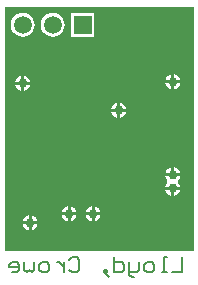
<source format=gbl>
%FSLAX25Y25*%
%MOIN*%
G70*
G01*
G75*
G04 Layer_Physical_Order=2*
G04 Layer_Color=16711680*
%ADD10C,0.02000*%
%ADD11C,0.04000*%
%ADD12R,0.02362X0.03347*%
%ADD13R,0.05118X0.03347*%
%ADD14R,0.03347X0.05118*%
%ADD15R,0.06299X0.02165*%
%ADD16R,0.04331X0.10236*%
%ADD17R,0.03740X0.05315*%
%ADD18R,0.05315X0.03740*%
%ADD19C,0.05000*%
%ADD20C,0.06700*%
%ADD21C,0.03000*%
%ADD22C,0.00700*%
%ADD23C,0.05906*%
%ADD24R,0.05906X0.05906*%
%ADD25C,0.03000*%
G36*
X65000Y11500D02*
X2039D01*
Y92961D01*
X65000D01*
Y11500D01*
D02*
G37*
%LPC*%
G36*
X31000Y26449D02*
X30525Y26355D01*
X29698Y25802D01*
X29145Y24975D01*
X29050Y24500D01*
X31000D01*
Y26449D01*
D02*
G37*
G36*
X24000D02*
Y24500D01*
X25949D01*
X25855Y24975D01*
X25302Y25802D01*
X24475Y26355D01*
X24000Y26449D01*
D02*
G37*
G36*
X23000D02*
X22524Y26355D01*
X21698Y25802D01*
X21145Y24975D01*
X21050Y24500D01*
X23000D01*
Y26449D01*
D02*
G37*
G36*
X32000D02*
Y24500D01*
X33950D01*
X33855Y24975D01*
X33302Y25802D01*
X32476Y26355D01*
X32000Y26449D01*
D02*
G37*
G36*
X60449Y36500D02*
X55550D01*
X55645Y36024D01*
X56198Y35198D01*
Y34302D01*
X55645Y33476D01*
X55550Y33000D01*
X60449D01*
X60355Y33476D01*
X59802Y34302D01*
Y35198D01*
X60355Y36024D01*
X60449Y36500D01*
D02*
G37*
G36*
Y32000D02*
X58500D01*
Y30051D01*
X58975Y30145D01*
X59802Y30698D01*
X60355Y31525D01*
X60449Y32000D01*
D02*
G37*
G36*
X57500D02*
X55550D01*
X55645Y31525D01*
X56198Y30698D01*
X57025Y30145D01*
X57500Y30051D01*
Y32000D01*
D02*
G37*
G36*
X33950Y23500D02*
X32000D01*
Y21551D01*
X32476Y21645D01*
X33302Y22198D01*
X33855Y23024D01*
X33950Y23500D01*
D02*
G37*
G36*
X10000Y23449D02*
X9525Y23355D01*
X8698Y22802D01*
X8145Y21975D01*
X8050Y21500D01*
X10000D01*
Y23449D01*
D02*
G37*
G36*
X12949Y20500D02*
X11000D01*
Y18551D01*
X11475Y18645D01*
X12302Y19198D01*
X12855Y20024D01*
X12949Y20500D01*
D02*
G37*
G36*
X10000D02*
X8050D01*
X8145Y20024D01*
X8698Y19198D01*
X9525Y18645D01*
X10000Y18551D01*
Y20500D01*
D02*
G37*
G36*
X11000Y23449D02*
Y21500D01*
X12949D01*
X12855Y21975D01*
X12302Y22802D01*
X11475Y23355D01*
X11000Y23449D01*
D02*
G37*
G36*
X31000Y23500D02*
X29050D01*
X29145Y23024D01*
X29698Y22198D01*
X30525Y21645D01*
X31000Y21551D01*
Y23500D01*
D02*
G37*
G36*
X25949D02*
X24000D01*
Y21551D01*
X24475Y21645D01*
X25302Y22198D01*
X25855Y23024D01*
X25949Y23500D01*
D02*
G37*
G36*
X23000D02*
X21050D01*
X21145Y23024D01*
X21698Y22198D01*
X22524Y21645D01*
X23000Y21551D01*
Y23500D01*
D02*
G37*
G36*
X57500Y39450D02*
X57025Y39355D01*
X56198Y38802D01*
X55645Y37975D01*
X55550Y37500D01*
X57500D01*
Y39450D01*
D02*
G37*
G36*
X8500Y69950D02*
Y68000D01*
X10449D01*
X10355Y68476D01*
X9802Y69302D01*
X8975Y69855D01*
X8500Y69950D01*
D02*
G37*
G36*
X57500Y70450D02*
X57025Y70355D01*
X56198Y69802D01*
X55645Y68976D01*
X55550Y68500D01*
X57500D01*
Y70450D01*
D02*
G37*
G36*
X60449Y67500D02*
X58500D01*
Y65551D01*
X58975Y65645D01*
X59802Y66198D01*
X60355Y67024D01*
X60449Y67500D01*
D02*
G37*
G36*
X7500Y69950D02*
X7025Y69855D01*
X6198Y69302D01*
X5645Y68476D01*
X5551Y68000D01*
X7500D01*
Y69950D01*
D02*
G37*
G36*
X18000Y90987D02*
X16968Y90851D01*
X16007Y90453D01*
X15181Y89819D01*
X14547Y88993D01*
X14149Y88032D01*
X14013Y87000D01*
X14149Y85968D01*
X14547Y85007D01*
X15181Y84181D01*
X16007Y83547D01*
X16968Y83149D01*
X18000Y83013D01*
X19032Y83149D01*
X19993Y83547D01*
X20819Y84181D01*
X21453Y85007D01*
X21851Y85968D01*
X21987Y87000D01*
X21851Y88032D01*
X21453Y88993D01*
X20819Y89819D01*
X19993Y90453D01*
X19032Y90851D01*
X18000Y90987D01*
D02*
G37*
G36*
X31953Y90953D02*
X24047D01*
Y83047D01*
X31953D01*
Y90953D01*
D02*
G37*
G36*
X58500Y70450D02*
Y68500D01*
X60449D01*
X60355Y68976D01*
X59802Y69802D01*
X58975Y70355D01*
X58500Y70450D01*
D02*
G37*
G36*
X8000Y90987D02*
X6968Y90851D01*
X6007Y90453D01*
X5181Y89819D01*
X4547Y88993D01*
X4149Y88032D01*
X4013Y87000D01*
X4149Y85968D01*
X4547Y85007D01*
X5181Y84181D01*
X6007Y83547D01*
X6968Y83149D01*
X8000Y83013D01*
X9032Y83149D01*
X9993Y83547D01*
X10819Y84181D01*
X11453Y85007D01*
X11851Y85968D01*
X11987Y87000D01*
X11851Y88032D01*
X11453Y88993D01*
X10819Y89819D01*
X9993Y90453D01*
X9032Y90851D01*
X8000Y90987D01*
D02*
G37*
G36*
X42450Y58000D02*
X40500D01*
Y56050D01*
X40975Y56145D01*
X41802Y56698D01*
X42355Y57525D01*
X42450Y58000D01*
D02*
G37*
G36*
X39500Y60949D02*
X39024Y60855D01*
X38198Y60302D01*
X37645Y59475D01*
X37551Y59000D01*
X39500D01*
Y60949D01*
D02*
G37*
G36*
X58500Y39450D02*
Y37500D01*
X60449D01*
X60355Y37975D01*
X59802Y38802D01*
X58975Y39355D01*
X58500Y39450D01*
D02*
G37*
G36*
X39500Y58000D02*
X37551D01*
X37645Y57525D01*
X38198Y56698D01*
X39024Y56145D01*
X39500Y56050D01*
Y58000D01*
D02*
G37*
G36*
X10449Y67000D02*
X8500D01*
Y65051D01*
X8975Y65145D01*
X9802Y65698D01*
X10355Y66524D01*
X10449Y67000D01*
D02*
G37*
G36*
X57500Y67500D02*
X55550D01*
X55645Y67024D01*
X56198Y66198D01*
X57025Y65645D01*
X57500Y65551D01*
Y67500D01*
D02*
G37*
G36*
X40500Y60949D02*
Y59000D01*
X42450D01*
X42355Y59475D01*
X41802Y60302D01*
X40975Y60855D01*
X40500Y60949D01*
D02*
G37*
G36*
X7500Y67000D02*
X5551D01*
X5645Y66524D01*
X6198Y65698D01*
X7025Y65145D01*
X7500Y65051D01*
Y67000D01*
D02*
G37*
%LPD*%
D22*
X61000Y9498D02*
Y4500D01*
X57668D01*
X56002D02*
X54335D01*
X55169D01*
Y9498D01*
X56002D01*
X51003Y4500D02*
X49337D01*
X48504Y5333D01*
Y6999D01*
X49337Y7832D01*
X51003D01*
X51836Y6999D01*
Y5333D01*
X51003Y4500D01*
X46838Y7832D02*
Y5333D01*
X46005Y4500D01*
X43506D01*
Y3667D01*
X44339Y2834D01*
X45172D01*
X43506Y4500D02*
Y7832D01*
X38507Y9498D02*
Y4500D01*
X41006D01*
X41840Y5333D01*
Y6999D01*
X41006Y7832D01*
X38507D01*
X36008Y3667D02*
X35175Y4500D01*
Y5333D01*
X36008D01*
Y4500D01*
X35175D01*
X36008Y3667D01*
X36841Y2834D01*
X23512Y8665D02*
X24345Y9498D01*
X26011D01*
X26844Y8665D01*
Y5333D01*
X26011Y4500D01*
X24345D01*
X23512Y5333D01*
X21846Y7832D02*
Y4500D01*
Y6166D01*
X21013Y6999D01*
X20180Y7832D01*
X19347D01*
X16015Y4500D02*
X14348D01*
X13515Y5333D01*
Y6999D01*
X14348Y7832D01*
X16015D01*
X16848Y6999D01*
Y5333D01*
X16015Y4500D01*
X11849Y7832D02*
Y5333D01*
X11016Y4500D01*
X10183Y5333D01*
X9350Y4500D01*
X8517Y5333D01*
Y7832D01*
X4352Y4500D02*
X6018D01*
X6851Y5333D01*
Y6999D01*
X6018Y7832D01*
X4352D01*
X3519Y6999D01*
Y6166D01*
X6851D01*
D23*
X8000Y87000D02*
D03*
X18000D02*
D03*
D24*
X28000D02*
D03*
D25*
X23500Y24000D02*
D03*
X31500D02*
D03*
X40000Y58500D02*
D03*
X10500Y21000D02*
D03*
X58000Y37000D02*
D03*
Y32500D02*
D03*
Y68000D02*
D03*
X8000Y67500D02*
D03*
X47000Y87500D02*
D03*
X53000D02*
D03*
X59000D02*
D03*
X47000Y81250D02*
D03*
X53000D02*
D03*
X59000D02*
D03*
X50000Y75000D02*
D03*
X56000D02*
D03*
X40857Y23000D02*
D03*
X47071D02*
D03*
X53286D02*
D03*
X59500D02*
D03*
X40857Y16000D02*
D03*
X47071D02*
D03*
X53286D02*
D03*
X59500D02*
D03*
X34643D02*
D03*
X28429D02*
D03*
X22214D02*
D03*
X16000D02*
D03*
X5000Y59000D02*
D03*
X10250D02*
D03*
X15500D02*
D03*
X5000Y53000D02*
D03*
X10250D02*
D03*
X5000Y47000D02*
D03*
X10250D02*
D03*
X5000Y41000D02*
D03*
X23500Y76500D02*
D03*
X28500D02*
D03*
Y71500D02*
D03*
X33500D02*
D03*
Y66500D02*
D03*
X38500D02*
D03*
X33500Y61500D02*
D03*
Y56500D02*
D03*
X15500Y65000D02*
D03*
X50500Y28000D02*
D03*
M02*

</source>
